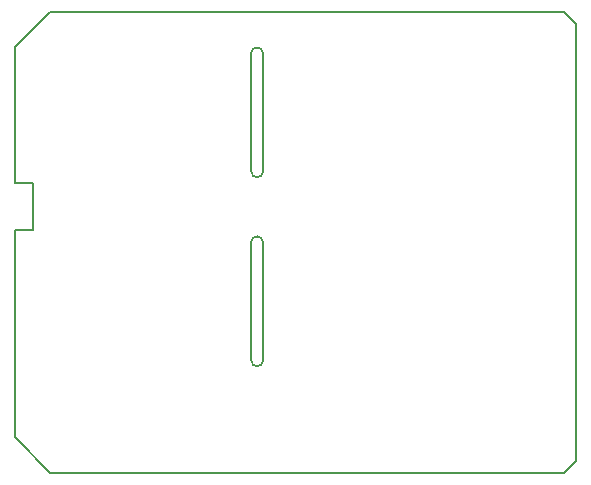
<source format=gbr>
G04 #@! TF.GenerationSoftware,KiCad,Pcbnew,(5.1.9)-1*
G04 #@! TF.CreationDate,2021-03-12T00:47:26-05:00*
G04 #@! TF.ProjectId,InputBuffer,496e7075-7442-4756-9666-65722e6b6963,rev?*
G04 #@! TF.SameCoordinates,Original*
G04 #@! TF.FileFunction,Paste,Top*
G04 #@! TF.FilePolarity,Positive*
%FSLAX46Y46*%
G04 Gerber Fmt 4.6, Leading zero omitted, Abs format (unit mm)*
G04 Created by KiCad (PCBNEW (5.1.9)-1) date 2021-03-12 00:47:26*
%MOMM*%
%LPD*%
G01*
G04 APERTURE LIST*
G04 #@! TA.AperFunction,Profile*
%ADD10C,0.150000*%
G04 #@! TD*
G04 APERTURE END LIST*
D10*
X78500000Y-46500000D02*
G75*
G02*
X79500000Y-46500000I500000J0D01*
G01*
X79500000Y-56500000D02*
G75*
G02*
X78500000Y-56500000I-500000J0D01*
G01*
X78500000Y-62500000D02*
G75*
G02*
X79500000Y-62500000I500000J0D01*
G01*
X79500000Y-72500000D02*
G75*
G02*
X78500000Y-72500000I-500000J0D01*
G01*
X78500000Y-62500000D02*
X78500000Y-72500000D01*
X79500000Y-72500000D02*
X79500000Y-62500000D01*
X79500000Y-56500000D02*
X79500000Y-46500000D01*
X78500000Y-46500000D02*
X78500000Y-56500000D01*
X105000000Y-43000000D02*
X106000000Y-44000000D01*
X106000000Y-81000000D02*
X105000000Y-82000000D01*
X58500000Y-57500000D02*
X58500000Y-46000000D01*
X60000000Y-57500000D02*
X58500000Y-57500000D01*
X60000000Y-61500000D02*
X60000000Y-57500000D01*
X58500000Y-61500000D02*
X60000000Y-61500000D01*
X58500000Y-79000000D02*
X58500000Y-61500000D01*
X61500000Y-82000000D02*
X58500000Y-79000000D01*
X105000000Y-82000000D02*
X61500000Y-82000000D01*
X106000000Y-44000000D02*
X106000000Y-81000000D01*
X61500000Y-43000000D02*
X105000000Y-43000000D01*
X58500000Y-46000000D02*
X61500000Y-43000000D01*
M02*

</source>
